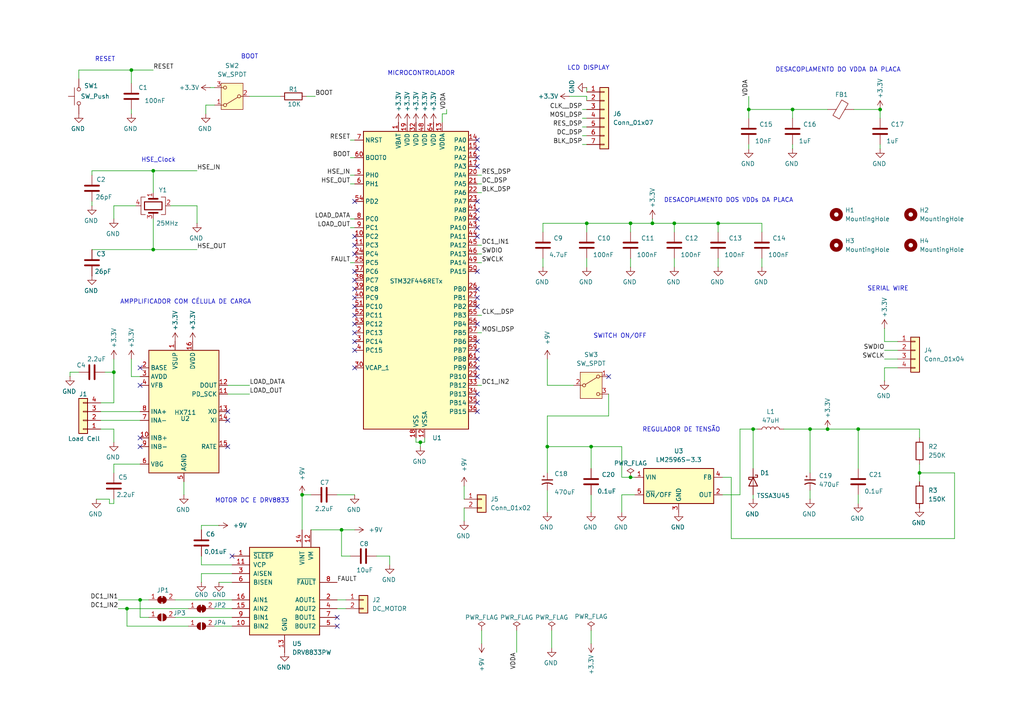
<source format=kicad_sch>
(kicad_sch (version 20231120) (generator "eeschema") (generator_version "8.0")
  (paper "A4")
  (title_block (title "Alimentador Digital Automatizado") (date "13/03/2025") (rev "V1.0") (comment 2 "Guilherme de Paula Figueiredo - 12211EAU013   ") (comment 3 "Ian Santos Rodrigues - 12211EAU018") (comment 4 "João Alexandre Albuquerque De Sá - 12411ECP020 "))
  (junction (at 195.58 64.77))
  (junction (at 99.06 153.67))
  (junction (at 170.18 64.77))
  (junction (at 87.63 143.51))
  (junction (at 182.88 138.43))
  (junction (at 208.28 64.77))
  (junction (at 40.64 173.99))
  (junction (at 36.83 176.53))
  (junction (at 158.75 129.54))
  (junction (at 218.44 124.46))
  (junction (at 234.95 124.46))
  (junction (at 44.45 72.39))
  (junction (at 240.03 124.46))
  (junction (at 189.23 64.77))
  (junction (at 44.45 49.53))
  (junction (at 266.7 137.16))
  (junction (at 182.88 64.77))
  (junction (at 38.1 20.32))
  (junction (at 255.27 31.75))
  (junction (at 121.92 128.27))
  (junction (at 171.45 129.54))
  (junction (at 229.87 31.75))
  (junction (at 217.17 31.75))
  (junction (at 33.02 107.95))
  (junction (at 248.92 124.46))
  (no_connect (at 138.43 66.04))
  (no_connect (at 138.43 45.72))
  (no_connect (at 138.43 93.98))
  (no_connect (at 138.43 101.6))
  (no_connect (at 138.43 68.58))
  (no_connect (at 138.43 78.74))
  (no_connect (at 102.87 99.06))
  (no_connect (at 102.87 96.52))
  (no_connect (at 138.43 60.96))
  (no_connect (at 66.04 119.38))
  (no_connect (at 66.04 129.54))
  (no_connect (at 138.43 104.14))
  (no_connect (at 102.87 71.12))
  (no_connect (at 66.04 121.92))
  (no_connect (at 138.43 83.82))
  (no_connect (at 40.64 111.76))
  (no_connect (at 138.43 88.9))
  (no_connect (at 138.43 109.22))
  (no_connect (at 97.79 179.07))
  (no_connect (at 97.79 181.61))
  (no_connect (at 138.43 40.64))
  (no_connect (at 102.87 78.74))
  (no_connect (at 102.87 58.42))
  (no_connect (at 40.64 129.54))
  (no_connect (at 102.87 73.66))
  (no_connect (at 138.43 99.06))
  (no_connect (at 102.87 83.82))
  (no_connect (at 138.43 86.36))
  (no_connect (at 138.43 119.38))
  (no_connect (at 40.64 106.68))
  (no_connect (at 176.53 109.22))
  (no_connect (at 138.43 116.84))
  (no_connect (at 138.43 58.42))
  (no_connect (at 67.31 161.29))
  (no_connect (at 138.43 43.18))
  (no_connect (at 102.87 68.58))
  (no_connect (at 138.43 48.26))
  (no_connect (at 138.43 106.68))
  (no_connect (at 102.87 101.6))
  (no_connect (at 102.87 93.98))
  (no_connect (at 138.43 114.3))
  (no_connect (at 40.64 127))
  (no_connect (at 102.87 86.36))
  (no_connect (at 102.87 91.44))
  (no_connect (at 102.87 81.28))
  (no_connect (at 102.87 106.68))
  (no_connect (at 138.43 63.5))
  (no_connect (at 102.87 88.9))
  (wire (pts (xy 195.58 64.77) (xy 208.28 64.77)))
  (wire (pts (xy 129.54 33.02) (xy 128.27 33.02)))
  (wire (pts (xy 33.02 134.62) (xy 40.64 134.62)))
  (wire (pts (xy 160.02 182.88) (xy 160.02 187.96)))
  (wire (pts (xy 34.29 173.99) (xy 40.64 173.99)))
  (wire (pts (xy 40.64 173.99) (xy 43.18 173.99)))
  (wire (pts (xy 218.44 124.46) (xy 219.71 124.46)))
  (wire (pts (xy 168.91 31.75) (xy 170.18 31.75)))
  (wire (pts (xy 66.04 114.3) (xy 72.39 114.3)))
  (wire (pts (xy 217.17 31.75) (xy 217.17 34.29)))
  (wire (pts (xy 171.45 143.51) (xy 171.45 148.59)))
  (wire (pts (xy 31.75 144.78) (xy 27.94 144.78)))
  (wire (pts (xy 158.75 129.54) (xy 158.75 137.16)))
  (wire (pts (xy 33.02 59.69) (xy 39.37 59.69)))
  (wire (pts (xy 149.86 182.88) (xy 149.86 189.23)))
  (wire (pts (xy 170.18 64.77) (xy 170.18 67.31)))
  (wire (pts (xy 256.54 106.68) (xy 256.54 110.49)))
  (wire (pts (xy 26.67 58.42) (xy 26.67 59.69)))
  (wire (pts (xy 26.67 72.39) (xy 44.45 72.39)))
  (wire (pts (xy 58.42 163.83) (xy 67.31 163.83)))
  (wire (pts (xy 168.91 36.83) (xy 170.18 36.83)))
  (wire (pts (xy 176.53 114.3) (xy 176.53 120.65)))
  (wire (pts (xy 214.63 143.51) (xy 214.63 124.46)))
  (wire (pts (xy 139.7 50.8) (xy 138.43 50.8)))
  (wire (pts (xy 255.27 43.18) (xy 255.27 41.91)))
  (wire (pts (xy 87.63 143.51) (xy 90.17 143.51)))
  (wire (pts (xy 62.23 176.53) (xy 67.31 176.53)))
  (wire (pts (xy 189.23 64.77) (xy 195.58 64.77)))
  (wire (pts (xy 134.62 147.32) (xy 134.62 151.13)))
  (wire (pts (xy 44.45 49.53) (xy 57.15 49.53)))
  (wire (pts (xy 29.21 121.92) (xy 40.64 121.92)))
  (wire (pts (xy 138.43 76.2) (xy 139.7 76.2)))
  (wire (pts (xy 99.06 153.67) (xy 102.87 153.67)))
  (wire (pts (xy 158.75 142.24) (xy 158.75 148.59)))
  (wire (pts (xy 99.06 161.29) (xy 101.6 161.29)))
  (wire (pts (xy 139.7 55.88) (xy 138.43 55.88)))
  (wire (pts (xy 58.42 166.37) (xy 67.31 166.37)))
  (wire (pts (xy 62.23 181.61) (xy 67.31 181.61)))
  (wire (pts (xy 227.33 124.46) (xy 234.95 124.46)))
  (wire (pts (xy 165.1 27.94) (xy 170.18 27.94)))
  (wire (pts (xy 266.7 134.62) (xy 266.7 137.16)))
  (wire (pts (xy 209.55 143.51) (xy 214.63 143.51)))
  (wire (pts (xy 123.19 128.27) (xy 121.92 128.27)))
  (wire (pts (xy 30.48 107.95) (xy 33.02 107.95)))
  (wire (pts (xy 134.62 140.97) (xy 134.62 144.78)))
  (wire (pts (xy 171.45 129.54) (xy 171.45 135.89)))
  (wire (pts (xy 101.6 45.72) (xy 102.87 45.72)))
  (wire (pts (xy 44.45 20.32) (xy 38.1 20.32)))
  (wire (pts (xy 208.28 64.77) (xy 220.98 64.77)))
  (wire (pts (xy 139.7 182.88) (xy 139.7 186.69)))
  (wire (pts (xy 138.43 73.66) (xy 139.7 73.66)))
  (wire (pts (xy 63.5 168.91) (xy 67.31 168.91)))
  (wire (pts (xy 212.09 156.21) (xy 276.86 156.21)))
  (wire (pts (xy 266.7 124.46) (xy 266.7 127)))
  (wire (pts (xy 208.28 64.77) (xy 208.28 67.31)))
  (wire (pts (xy 90.17 153.67) (xy 99.06 153.67)))
  (wire (pts (xy 260.35 106.68) (xy 256.54 106.68)))
  (wire (pts (xy 247.65 31.75) (xy 255.27 31.75)))
  (wire (pts (xy 53.34 143.51) (xy 53.34 139.7)))
  (wire (pts (xy 50.8 179.07) (xy 67.31 179.07)))
  (wire (pts (xy 101.6 40.64) (xy 102.87 40.64)))
  (wire (pts (xy 208.28 74.93) (xy 208.28 77.47)))
  (wire (pts (xy 214.63 124.46) (xy 218.44 124.46)))
  (wire (pts (xy 60.96 25.4) (xy 62.23 25.4)))
  (wire (pts (xy 220.98 64.77) (xy 220.98 67.31)))
  (wire (pts (xy 49.53 59.69) (xy 57.15 59.69)))
  (wire (pts (xy 57.15 59.69) (xy 57.15 64.77)))
  (wire (pts (xy 102.87 143.51) (xy 97.79 143.51)))
  (wire (pts (xy 54.61 181.61) (xy 36.83 181.61)))
  (wire (pts (xy 99.06 153.67) (xy 99.06 161.29)))
  (wire (pts (xy 20.32 109.22) (xy 20.32 107.95)))
  (wire (pts (xy 158.75 111.76) (xy 166.37 111.76)))
  (wire (pts (xy 97.79 176.53) (xy 100.33 176.53)))
  (wire (pts (xy 168.91 34.29) (xy 170.18 34.29)))
  (wire (pts (xy 44.45 55.88) (xy 44.45 49.53)))
  (wire (pts (xy 44.45 72.39) (xy 57.15 72.39)))
  (wire (pts (xy 36.83 176.53) (xy 36.83 181.61)))
  (wire (pts (xy 176.53 120.65) (xy 158.75 120.65)))
  (wire (pts (xy 256.54 101.6) (xy 260.35 101.6)))
  (wire (pts (xy 217.17 31.75) (xy 229.87 31.75)))
  (wire (pts (xy 58.42 152.4) (xy 63.5 152.4)))
  (wire (pts (xy 120.65 128.27) (xy 121.92 128.27)))
  (wire (pts (xy 22.86 20.32) (xy 22.86 22.86)))
  (wire (pts (xy 29.21 124.46) (xy 33.02 124.46)))
  (wire (pts (xy 101.6 50.8) (xy 102.87 50.8)))
  (wire (pts (xy 38.1 109.22) (xy 40.64 109.22)))
  (wire (pts (xy 33.02 137.16) (xy 33.02 134.62)))
  (wire (pts (xy 87.63 143.51) (xy 87.63 153.67)))
  (wire (pts (xy 212.09 138.43) (xy 212.09 156.21)))
  (wire (pts (xy 170.18 64.77) (xy 182.88 64.77)))
  (wire (pts (xy 43.18 179.07) (xy 40.64 179.07)))
  (wire (pts (xy 171.45 182.88) (xy 171.45 186.69)))
  (wire (pts (xy 38.1 31.75) (xy 38.1 33.02)))
  (wire (pts (xy 36.83 176.53) (xy 54.61 176.53)))
  (wire (pts (xy 33.02 146.05) (xy 31.75 146.05)))
  (wire (pts (xy 22.86 20.32) (xy 38.1 20.32)))
  (wire (pts (xy 33.02 107.95) (xy 33.02 116.84)))
  (wire (pts (xy 29.21 119.38) (xy 40.64 119.38)))
  (wire (pts (xy 180.34 143.51) (xy 180.34 148.59)))
  (wire (pts (xy 260.35 99.06) (xy 256.54 99.06)))
  (wire (pts (xy 248.92 143.51) (xy 248.92 146.05)))
  (wire (pts (xy 113.03 161.29) (xy 113.03 163.83)))
  (wire (pts (xy 26.67 49.53) (xy 44.45 49.53)))
  (wire (pts (xy 229.87 31.75) (xy 240.03 31.75)))
  (wire (pts (xy 240.03 124.46) (xy 248.92 124.46)))
  (wire (pts (xy 139.7 96.52) (xy 138.43 96.52)))
  (wire (pts (xy 26.67 50.8) (xy 26.67 49.53)))
  (wire (pts (xy 266.7 137.16) (xy 266.7 139.7)))
  (wire (pts (xy 234.95 124.46) (xy 240.03 124.46)))
  (wire (pts (xy 182.88 64.77) (xy 189.23 64.77)))
  (wire (pts (xy 59.69 30.48) (xy 59.69 33.02)))
  (wire (pts (xy 29.21 116.84) (xy 33.02 116.84)))
  (wire (pts (xy 101.6 66.04) (xy 102.87 66.04)))
  (wire (pts (xy 158.75 129.54) (xy 171.45 129.54)))
  (wire (pts (xy 34.29 176.53) (xy 36.83 176.53)))
  (wire (pts (xy 189.23 63.5) (xy 189.23 64.77)))
  (wire (pts (xy 184.15 143.51) (xy 180.34 143.51)))
  (wire (pts (xy 170.18 26.67) (xy 170.18 25.4)))
  (wire (pts (xy 217.17 27.94) (xy 217.17 31.75)))
  (wire (pts (xy 157.48 67.31) (xy 157.48 64.77)))
  (wire (pts (xy 195.58 74.93) (xy 195.58 77.47)))
  (wire (pts (xy 220.98 74.93) (xy 220.98 77.47)))
  (wire (pts (xy 248.92 124.46) (xy 266.7 124.46)))
  (wire (pts (xy 58.42 166.37) (xy 58.42 168.91)))
  (wire (pts (xy 234.95 142.24) (xy 234.95 144.78)))
  (wire (pts (xy 168.91 41.91) (xy 170.18 41.91)))
  (wire (pts (xy 195.58 64.77) (xy 195.58 67.31)))
  (wire (pts (xy 33.02 144.78) (xy 33.02 146.05)))
  (wire (pts (xy 209.55 138.43) (xy 212.09 138.43)))
  (wire (pts (xy 170.18 27.94) (xy 170.18 29.21)))
  (wire (pts (xy 31.75 146.05) (xy 31.75 144.78)))
  (wire (pts (xy 182.88 138.43) (xy 184.15 138.43)))
  (wire (pts (xy 109.22 161.29) (xy 113.03 161.29)))
  (wire (pts (xy 218.44 143.51) (xy 218.44 144.78)))
  (wire (pts (xy 229.87 43.18) (xy 229.87 41.91)))
  (wire (pts (xy 139.7 91.44) (xy 138.43 91.44)))
  (wire (pts (xy 171.45 129.54) (xy 180.34 129.54)))
  (wire (pts (xy 168.91 39.37) (xy 170.18 39.37)))
  (wire (pts (xy 180.34 138.43) (xy 182.88 138.43)))
  (wire (pts (xy 157.48 64.77) (xy 170.18 64.77)))
  (wire (pts (xy 38.1 20.32) (xy 38.1 24.13)))
  (wire (pts (xy 139.7 71.12) (xy 138.43 71.12)))
  (wire (pts (xy 157.48 74.93) (xy 157.48 77.47)))
  (wire (pts (xy 38.1 104.14) (xy 38.1 109.22)))
  (wire (pts (xy 123.19 127) (xy 123.19 128.27)))
  (wire (pts (xy 158.75 120.65) (xy 158.75 129.54)))
  (wire (pts (xy 256.54 95.25) (xy 256.54 99.06)))
  (wire (pts (xy 101.6 63.5) (xy 102.87 63.5)))
  (wire (pts (xy 229.87 31.75) (xy 229.87 34.29)))
  (wire (pts (xy 33.02 104.14) (xy 33.02 107.95)))
  (wire (pts (xy 101.6 76.2) (xy 102.87 76.2)))
  (wire (pts (xy 217.17 43.18) (xy 217.17 41.91)))
  (wire (pts (xy 139.7 111.76) (xy 138.43 111.76)))
  (wire (pts (xy 120.65 127) (xy 120.65 128.27)))
  (wire (pts (xy 276.86 156.21) (xy 276.86 137.16)))
  (wire (pts (xy 256.54 104.14) (xy 260.35 104.14)))
  (wire (pts (xy 180.34 129.54) (xy 180.34 138.43)))
  (wire (pts (xy 182.88 64.77) (xy 182.88 67.31)))
  (wire (pts (xy 248.92 124.46) (xy 248.92 135.89)))
  (wire (pts (xy 44.45 63.5) (xy 44.45 72.39)))
  (wire (pts (xy 72.39 27.94) (xy 81.28 27.94)))
  (wire (pts (xy 158.75 104.14) (xy 158.75 111.76)))
  (wire (pts (xy 88.9 27.94) (xy 91.44 27.94)))
  (wire (pts (xy 62.23 30.48) (xy 59.69 30.48)))
  (wire (pts (xy 40.64 179.07) (xy 40.64 173.99)))
  (wire (pts (xy 218.44 124.46) (xy 218.44 135.89)))
  (wire (pts (xy 129.54 31.75) (xy 129.54 33.02)))
  (wire (pts (xy 170.18 74.93) (xy 170.18 77.47)))
  (wire (pts (xy 58.42 153.67) (xy 58.42 152.4)))
  (wire (pts (xy 97.79 173.99) (xy 100.33 173.99)))
  (wire (pts (xy 33.02 63.5) (xy 33.02 59.69)))
  (wire (pts (xy 20.32 107.95) (xy 22.86 107.95)))
  (wire (pts (xy 101.6 53.34) (xy 102.87 53.34)))
  (wire (pts (xy 33.02 124.46) (xy 33.02 128.27)))
  (wire (pts (xy 128.27 33.02) (xy 128.27 35.56)))
  (wire (pts (xy 58.42 161.29) (xy 58.42 163.83)))
  (wire (pts (xy 255.27 31.75) (xy 255.27 34.29)))
  (wire (pts (xy 66.04 111.76) (xy 72.39 111.76)))
  (wire (pts (xy 121.92 128.27) (xy 121.92 129.54)))
  (wire (pts (xy 182.88 74.93) (xy 182.88 77.47)))
  (wire (pts (xy 234.95 124.46) (xy 234.95 137.16)))
  (wire (pts (xy 50.8 173.99) (xy 67.31 173.99)))
  (wire (pts (xy 276.86 137.16) (xy 266.7 137.16)))
  (wire (pts (xy 139.7 53.34) (xy 138.43 53.34)))
  (text "DESACOPLAMENTO DOS VDDs DA PLACA" (at 211.328 58.166 0) (effects (font (size 1.27 1.27))))
  (text "MOTOR DC E DRV8833" (at 73.152 145.288 0) (effects (font (size 1.27 1.27))))
  (text "RESET\n" (at 30.48 17.272 0) (effects (font (size 1.27 1.27))))
  (text "DESACOPLAMENTO DO VDDA DA PLACA" (at 243.078 20.32 0) (effects (font (size 1.27 1.27))))
  (text "REGULADOR DE TENSÃO" (at 197.612 124.714 0) (effects (font (size 1.27 1.27))))
  (text "BOOT\n" (at 72.39 16.51 0) (effects (font (size 1.27 1.27))))
  (text "HSE_Clock" (at 45.974 46.482 0) (effects (font (size 1.27 1.27))))
  (text "LCD DISPLAY" (at 170.688 19.812 0) (effects (font (size 1.27 1.27))))
  (text "MICROCONTROLADOR" (at 122.174 21.336 0) (effects (font (size 1.27 1.27))))
  (text "SWITCH ON/OFF" (at 179.832 97.536 0) (effects (font (size 1.27 1.27))))
  (text "SERIAL WIRE" (at 257.556 83.82 0) (effects (font (size 1.27 1.27))))
  (text "AMPPLIFICADOR COM CÉLULA DE CARGA" (at 53.848 87.63 0) (effects (font (size 1.27 1.27))))
  (label "RES_DSP" (at 139.7 50.8 0))
  (label "VDDA" (at 149.86 189.23 270))
  (label "SWDIO" (at 139.7 73.66 0))
  (label "FAULT" (at 97.79 168.91 0))
  (label "BLK_DSP" (at 168.91 41.91 180))
  (label "LOAD_DATA" (at 101.6 63.5 180))
  (label "LOAD_DATA" (at 72.39 111.76 0))
  (label "SWDIO" (at 256.54 101.6 180))
  (label "SWCLK" (at 139.7 76.2 0))
  (label "MOSI_DSP" (at 168.91 34.29 180))
  (label "LOAD_OUT" (at 101.6 66.04 180))
  (label "BOOT" (at 91.44 27.94 0))
  (label "LOAD_OUT" (at 72.39 114.3 0))
  (label "DC1_IN1" (at 139.7 71.12 0))
  (label "VDDA" (at 129.54 31.75 90))
  (label "BLK_DSP" (at 139.7 55.88 0))
  (label "RESET" (at 44.45 20.32 0))
  (label "HSE_OUT" (at 101.6 53.34 180))
  (label "FAULT" (at 101.6 76.2 180))
  (label "CLK__DSP" (at 168.91 31.75 180))
  (label "DC1_IN2" (at 34.29 176.53 180))
  (label "DC1_IN2" (at 139.7 111.76 0))
  (label "VDDA" (at 217.17 27.94 90))
  (label "SWCLK" (at 256.54 104.14 180))
  (label "HSE_IN" (at 101.6 50.8 180))
  (label "MOSI_DSP" (at 139.7 96.52 0))
  (label "DC_DSP" (at 168.91 39.37 180))
  (label "DC1_IN1" (at 34.29 173.99 180))
  (label "RESET" (at 101.6 40.64 180))
  (label "BOOT" (at 101.6 45.72 180))
  (label "DC_DSP" (at 139.7 53.34 0))
  (label "RES_DSP" (at 168.91 36.83 180))
  (label "CLK__DSP" (at 139.7 91.44 0))
  (label "HSE_IN" (at 57.15 49.53 0))
  (label "HSE_OUT" (at 57.15 72.39 0))
  (symbol (lib_id "power:+3.3V") (at 123.19 35.56 0) (unit 1)
    (property "Reference" "#PWR05" (effects (hide yes)))
    (property "Value" "+3.3V" (at 123.19 29.464 90))
    (property "Description" "Power symbol creates a global label with name \"+3.3V\"" (effects (hide yes)))
  )
  (symbol (lib_id "power:GND") (at 217.17 43.18 0) (unit 1)
    (property "Reference" "#PWR035" (effects (hide yes)))
    (property "Value" "GND" (at 216.916 47.498 0))
    (property "Description" "Power symbol creates a global label with name \"GND\" , ground" (effects (hide yes)))
  )
  (symbol (lib_id "power:GND") (at 20.32 109.22 0) (unit 1)
    (property "Reference" "#PWR058" (effects (hide yes)))
    (property "Value" "GND" (at 20.066 113.538 0))
    (property "Description" "Power symbol creates a global label with name \"GND\" , ground" (effects (hide yes)))
  )
  (symbol (lib_id "power:+3.3V") (at 256.54 95.25 0) (unit 1)
    (property "Reference" "#PWR027" (effects (hide yes)))
    (property "Value" "+3.3V" (at 256.54 89.154 90))
    (property "Description" "Power symbol creates a global label with name \"+3.3V\"" (effects (hide yes)))
  )
  (symbol (lib_id "Connector_Generic:Conn_01x04") (at 265.43 101.6 0) (unit 1)
    (property "Reference" "J4" (at 267.97 101.5999 0) (effects (justify left)))
    (property "Value" "Conn_01x04" (at 267.97 104.1399 0) (effects (justify left)))
    (property "Footprint" "Connector_PinHeader_2.54mm:PinHeader_1x04_P2.54mm_Vertical" (effects (hide yes)))
    (property "Description" "Generic connector, single row, 01x04, script generated (kicad-library-utils/schlib/autogen/connector/)" (effects (hide yes)))
    (property "Codigo Mouser" "710-TSM-104-01-T-SV" (effects (hide yes)))
  )
  (symbol (lib_id "power:GND") (at 26.67 80.01 0) (unit 1)
    (property "Reference" "#PWR056" (effects (hide yes)))
    (property "Value" "GND" (at 26.416 84.328 0))
    (property "Description" "Power symbol creates a global label with name \"GND\" , ground" (effects (hide yes)))
  )
  (symbol (lib_id "power:GND") (at 57.15 64.77 0) (unit 1)
    (property "Reference" "#PWR015" (effects (hide yes)))
    (property "Value" "GND" (at 56.896 69.088 0))
    (property "Description" "Power symbol creates a global label with name \"GND\" , ground" (effects (hide yes)))
  )
  (symbol (lib_id "power:+3.3V") (at 118.11 35.56 0) (unit 1)
    (property "Reference" "#PWR03" (effects (hide yes)))
    (property "Value" "+3.3V" (at 118.11 29.464 90))
    (property "Description" "Power symbol creates a global label with name \"+3.3V\"" (effects (hide yes)))
  )
  (symbol (lib_id "power:+3.3V") (at 240.03 124.46 0) (mirror y) (unit 1)
    (property "Reference" "#PWR038" (effects (hide yes)))
    (property "Value" "+3.3V" (at 240.03 118.364 90))
    (property "Description" "Power symbol creates a global label with name \"+3.3V\"" (effects (hide yes)))
  )
  (symbol (lib_id "power:GND") (at 113.03 163.83 0) (unit 1)
    (property "Reference" "#PWR025" (effects (hide yes)))
    (property "Value" "GND" (at 112.776 168.148 0))
    (property "Description" "Power symbol creates a global label with name \"GND\" , ground" (effects (hide yes)))
  )
  (symbol (lib_id "power:PWR_FLAG") (at 171.45 182.88 0) (unit 1)
    (property "Reference" "#FLG02" (effects (hide yes)))
    (property "Value" "PWR_FLAG" (at 171.45 178.816 0))
    (property "Description" "Special symbol for telling ERC where power comes from" (effects (hide yes)))
  )
  (symbol (lib_id "Device:C") (at 220.98 71.12 0) (unit 1)
    (property "Reference" "C14" (at 224.028 69.088 0) (effects (justify left)))
    (property "Value" "100nF" (at 222.758 73.914 0) (effects (justify left)))
    (property "Footprint" "Capacitor_SMD:C_0603_1608Metric" (effects (hide yes)))
    (property "Description" "Unpolarized capacitor" (effects (hide yes)))
    (property "Codigo Mouser" "810-C1608X7R1H104K080AA" (effects (hide yes)))
  )
  (symbol (lib_id "power:+3.3V") (at 120.65 35.56 0) (unit 1)
    (property "Reference" "#PWR04" (effects (hide yes)))
    (property "Value" "+3.3V" (at 120.65 29.464 90))
    (property "Description" "Power symbol creates a global label with name \"+3.3V\"" (effects (hide yes)))
  )
  (symbol (lib_id "Mechanical:MountingHole") (at 264.16 62.23 0) (unit 1)
    (property "Reference" "H2" (at 266.7 60.9599 0) (effects (justify left)))
    (property "Value" "MountingHole" (at 266.7 63.4999 0) (effects (justify left)))
    (property "Footprint" "MountingHole:MountingHole_3.2mm_M3" (effects (hide yes)))
    (property "Description" "Mounting Hole without connection" (effects (hide yes)))
  )
  (symbol (lib_id "Device:C") (at 58.42 157.48 0) (unit 1)
    (property "Reference" "C6" (at 59.69 154.94 0) (effects (justify left)))
    (property "Value" "0,01uF" (at 59.182 160.02 0) (effects (justify left)))
    (property "Footprint" "Capacitor_SMD:C_0603_1608Metric" (effects (hide yes)))
    (property "Description" "Unpolarized capacitor" (effects (hide yes)))
    (property "Codigo Mouser" "81-GRM1885C1H103JA01D" (effects (hide yes)))
  )
  (symbol (lib_id "power:GND") (at 27.94 144.78 0) (unit 1)
    (property "Reference" "#PWR017" (effects (hide yes)))
    (property "Value" "GND" (at 27.686 149.098 0))
    (property "Description" "Power symbol creates a global label with name \"GND\" , ground" (effects (hide yes)))
  )
  (symbol (lib_id "Device:C") (at 26.67 76.2 0) (unit 1)
    (property "Reference" "C3" (at 27.94 73.66 0) (effects (justify left)))
    (property "Value" "26pF" (at 27.432 78.74 0) (effects (justify left)))
    (property "Footprint" "Capacitor_SMD:C_0603_1608Metric" (effects (hide yes)))
    (property "Description" "Unpolarized capacitor" (effects (hide yes)))
    (property "Codigo Mouser" "81-GRM1885C1H270JA01D" (effects (hide yes)))
  )
  (symbol (lib_id "power:GND") (at 180.34 148.59 0) (unit 1)
    (property "Reference" "#PWR042" (effects (hide yes)))
    (property "Value" "GND" (at 180.086 152.908 0))
    (property "Description" "Power symbol creates a global label with name \"GND\" , ground" (effects (hide yes)))
  )
  (symbol (lib_id "power:GND") (at 58.42 168.91 0) (unit 1)
    (property "Reference" "#PWR09" (effects (hide yes)))
    (property "Value" "GND" (at 58.42 172.466 0))
    (property "Description" "Power symbol creates a global label with name \"GND\" , ground" (effects (hide yes)))
  )
  (symbol (lib_id "power:GND") (at 248.92 146.05 0) (unit 1)
    (property "Reference" "#PWR046" (effects (hide yes)))
    (property "Value" "GND" (at 248.666 150.368 0))
    (property "Description" "Power symbol creates a global label with name \"GND\" , ground" (effects (hide yes)))
  )
  (symbol (lib_id "power:+3.3V") (at 139.7 186.69 180) (unit 1)
    (property "Reference" "#PWR063" (effects (hide yes)))
    (property "Value" "+9V" (at 139.7 192.786 90))
    (property "Description" "Power symbol creates a global label with name \"+3.3V\"" (effects (hide yes)))
  )
  (symbol (lib_id "Device:C") (at 217.17 38.1 0) (unit 1)
    (property "Reference" "C15" (at 220.218 36.068 0) (effects (justify left)))
    (property "Value" "10nF" (at 218.948 40.894 0) (effects (justify left)))
    (property "Footprint" "Capacitor_SMD:C_0603_1608Metric" (effects (hide yes)))
    (property "Description" "Unpolarized capacitor" (effects (hide yes)))
    (property "Codigo Mouser" "810-C1608X5R1A105K080AC" (effects (hide yes)))
  )
  (symbol (lib_id "Device:C") (at 170.18 71.12 0) (unit 1)
    (property "Reference" "C10" (at 173.228 69.088 0) (effects (justify left)))
    (property "Value" "100nF" (at 171.958 73.914 0) (effects (justify left)))
    (property "Footprint" "Capacitor_SMD:C_0603_1608Metric" (effects (hide yes)))
    (property "Description" "Unpolarized capacitor" (effects (hide yes)))
    (property "Codigo Mouser" "810-C1608X7R1H104K080AA" (effects (hide yes)))
  )
  (symbol (lib_id "Device:C") (at 229.87 38.1 0) (unit 1)
    (property "Reference" "C16" (at 232.918 36.068 0) (effects (justify left)))
    (property "Value" "1uF" (at 231.648 40.894 0) (effects (justify left)))
    (property "Footprint" "Capacitor_SMD:C_0603_1608Metric" (effects (hide yes)))
    (property "Description" "Unpolarized capacitor" (effects (hide yes)))
    (property "Codigo Mouser" "80-T491X477M010AT" (effects (hide yes)))
  )
  (symbol (lib_id "power:PWR_FLAG") (at 182.88 138.43 0) (unit 1)
    (property "Reference" "#FLG06" (effects (hide yes)))
    (property "Value" "PWR_FLAG" (at 182.88 134.366 0))
    (property "Description" "Special symbol for telling ERC where power comes from" (effects (hide yes)))
  )
  (symbol (lib_id "power:GND") (at 157.48 77.47 0) (unit 1)
    (property "Reference" "#PWR028" (effects (hide yes)))
    (property "Value" "GND" (at 157.226 81.788 0))
    (property "Description" "Power symbol creates a global label with name \"GND\" , ground" (effects (hide yes)))
  )
  (symbol (lib_id "power:+3.3V") (at 125.73 35.56 0) (unit 1)
    (property "Reference" "#PWR06" (effects (hide yes)))
    (property "Value" "+3.3V" (at 125.73 29.464 90))
    (property "Description" "Power symbol creates a global label with name \"+3.3V\"" (effects (hide yes)))
  )
  (symbol (lib_id "power:GND") (at 158.75 148.59 0) (unit 1)
    (property "Reference" "#PWR040" (effects (hide yes)))
    (property "Value" "GND" (at 158.496 152.908 0))
    (property "Description" "Power symbol creates a global label with name \"GND\" , ground" (effects (hide yes)))
  )
  (symbol (lib_id "Device:R") (at 266.7 130.81 0) (unit 1)
    (property "Reference" "R2" (at 269.24 129.5399 0) (effects (justify left)))
    (property "Value" "250K" (at 269.24 132.0799 0) (effects (justify left)))
    (property "Footprint" "Resistor_SMD:R_0805_2012Metric_Pad1.20x1.40mm_HandSolder" (effects (hide yes)))
    (property "Description" "Resistor" (effects (hide yes)))
    (property "Codigo Mouser" "603-RC0805FR-07250KL" (effects (hide yes)))
  )
  (symbol (lib_id "Device:C") (at 195.58 71.12 0) (unit 1)
    (property "Reference" "C12" (at 198.628 69.088 0) (effects (justify left)))
    (property "Value" "100nF" (at 197.358 73.914 0) (effects (justify left)))
    (property "Footprint" "Capacitor_SMD:C_0603_1608Metric" (effects (hide yes)))
    (property "Description" "Unpolarized capacitor" (effects (hide yes)))
    (property "Codigo Mouser" "810-C1608X7R1H104K080AA" (effects (hide yes)))
  )
  (symbol (lib_id "MCU_ST_STM32F4:STM32F446RETx") (at 120.65 81.28 0) (unit 1)
    (property "Reference" "U1" (at 125.3841 127 0) (effects (justify left)))
    (property "Value" "STM32F446RETx" (at 113.03 81.534 0) (effects (justify left)))
    (property "Footprint" "Package_QFP:LQFP-64_10x10mm_P0.5mm" (effects (hide yes)))
    (property "Datasheet" "https://www.st.com/resource/en/datasheet/stm32f446re.pdf" (effects (hide yes)))
    (property "Description" "STMicroelectronics Arm Cortex-M4 MCU, 512KB flash, 128KB RAM, 180 MHz, 1.8-3.6V, 50 GPIO, LQFP64" (effects (hide yes)))
    (property "Codigo Mouser" "511-STM32F446RET6" (effects (hide yes)))
  )
  (symbol (lib_id "power:+3.3V") (at 38.1 104.14 0) (unit 1)
    (property "Reference" "#PWR054" (effects (hide yes)))
    (property "Value" "+3.3V" (at 38.1 98.044 90))
    (property "Description" "Power symbol creates a global label with name \"+3.3V\"" (effects (hide yes)))
  )
  (symbol (lib_id "Device:C") (at 26.67 107.95 90) (unit 1)
    (property "Reference" "C4" (at 24.892 105.918 90) (effects (justify left)))
    (property "Value" "2.2uF" (at 30.734 104.14 90) (effects (justify left)))
    (property "Footprint" "Capacitor_SMD:C_0603_1608Metric" (effects (hide yes)))
    (property "Description" "Unpolarized capacitor" (effects (hide yes)))
    (property "Codigo Mouser" "810-C1608X5R1A225K080AC" (effects (hide yes)))
  )
  (symbol (lib_id "Switch:SW_SPDT") (at 171.45 111.76 0) (unit 1)
    (property "Reference" "SW3" (at 171.45 102.87 0))
    (property "Value" "SW_SPDT" (at 171.45 105.41 0))
    (property "Footprint" "Button_Switch_SMD:SW_SPDT_CK_JS102011SAQN" (effects (hide yes)))
    (property "Description" "Switch, single pole double throw" (effects (hide yes)))
    (property "Codigo Mouser" "611-JS102011SAQN" (effects (hide yes)))
  )
  (symbol (lib_id "power:GND") (at 218.44 144.78 0) (unit 1)
    (property "Reference" "#PWR044" (effects (hide yes)))
    (property "Value" "GND" (at 218.186 149.098 0))
    (property "Description" "Power symbol creates a global label with name \"GND\" , ground" (effects (hide yes)))
  )
  (symbol (lib_name "DRV8833PW_1") (lib_id "Driver_Motor:DRV8833PW") (at 82.55 171.45 0) (unit 1)
    (property "Reference" "U5" (at 84.7441 186.69 0) (effects (justify left)))
    (property "Value" "DRV8833PW" (at 84.7441 189.23 0) (effects (justify left)))
    (property "Footprint" "Package_SO:TSSOP-16_4.4x5mm_P0.65mm" (effects (hide yes)))
    (property "Datasheet" "http://www.ti.com/lit/ds/symlink/drv8833.pdf" (effects (hide yes)))
    (property "Description" "Dual H-Bridge Motor Driver, TSSOP-16" (effects (hide yes)))
  )
  (symbol (lib_id "Device:C") (at 208.28 71.12 0) (unit 1)
    (property "Reference" "C13" (at 211.328 69.088 0) (effects (justify left)))
    (property "Value" "100nF" (at 210.058 73.914 0) (effects (justify left)))
    (property "Footprint" "Capacitor_SMD:C_0603_1608Metric" (effects (hide yes)))
    (property "Description" "Unpolarized capacitor" (effects (hide yes)))
    (property "Codigo Mouser" "810-C1608X7R1H104K080AA" (effects (hide yes)))
  )
  (symbol (lib_id "Switch:SW_SPDT") (at 67.31 27.94 180) (unit 1)
    (property "Reference" "SW2" (at 67.31 19.05 0))
    (property "Value" "SW_SPDT" (at 67.31 21.59 0))
    (property "Footprint" "Button_Switch_SMD:SW_SPDT_CK_JS102011SAQN" (effects (hide yes)))
    (property "Description" "Switch, single pole double throw" (effects (hide yes)))
    (property "Codigo Mouser" "611-JS102011SAQN" (effects (hide yes)))
  )
  (symbol (lib_id "power:PWR_FLAG") (at 149.86 182.88 0) (unit 1)
    (property "Reference" "#FLG03" (effects (hide yes)))
    (property "Value" "PWR_FLAG" (at 149.86 179.07 0))
    (property "Description" "Special symbol for telling ERC where power comes from" (effects (hide yes)))
  )
  (symbol (lib_id "Device:C_Polarized_Small_US") (at 158.75 139.7 0) (unit 1)
    (property "Reference" "C18" (at 160.782 137.414 0) (effects (justify left)))
    (property "Value" "470uF" (at 160.782 142.748 0) (effects (justify left)))
    (property "Footprint" "Capacitor_SMD:CP_Elec_10x12.5" (effects (hide yes)))
    (property "Description" "Polarized capacitor, small US symbol" (effects (hide yes)))
    (property "Codigo Mouser" "810-C1608X7R1H104K080AA" (effects (hide yes)))
  )
  (symbol (lib_id "power:GND") (at 102.87 143.51 0) (unit 1)
    (property "Reference" "#PWR023" (effects (hide yes)))
    (property "Value" "GND" (at 102.616 147.828 0))
    (property "Description" "Power symbol creates a global label with name \"GND\" , ground" (effects (hide yes)))
  )
  (symbol (lib_id "Device:R") (at 266.7 143.51 0) (unit 1)
    (property "Reference" "R3" (at 269.24 142.2399 0) (effects (justify left)))
    (property "Value" "150K" (at 269.24 144.7799 0) (effects (justify left)))
    (property "Footprint" "Resistor_SMD:R_0805_2012Metric_Pad1.20x1.40mm_HandSolder" (effects (hide yes)))
    (property "Description" "Resistor" (effects (hide yes)))
    (property "Codigo Mouser" "603-RC0805FR-07150KL" (effects (hide yes)))
  )
  (symbol (lib_id "power:GND") (at 63.5 168.91 0) (unit 1)
    (property "Reference" "#PWR064" (effects (hide yes)))
    (property "Value" "GND" (at 63.5 172.466 0))
    (property "Description" "Power symbol creates a global label with name \"GND\" , ground" (effects (hide yes)))
  )
  (symbol (lib_id "power:GND") (at 170.18 25.4 270) (unit 1)
    (property "Reference" "#PWR039" (effects (hide yes)))
    (property "Value" "GND" (at 165.862 25.146 0))
    (property "Description" "Power symbol creates a global label with name \"GND\" , ground" (effects (hide yes)))
  )
  (symbol (lib_id "power:GND") (at 170.18 77.47 0) (unit 1)
    (property "Reference" "#PWR029" (effects (hide yes)))
    (property "Value" "GND" (at 169.926 81.788 0))
    (property "Description" "Power symbol creates a global label with name \"GND\" , ground" (effects (hide yes)))
  )
  (symbol (lib_id "Device:Crystal_GND24") (at 44.45 59.69 270) (unit 1)
    (property "Reference" "Y1" (at 47.244 55.118 90))
    (property "Value" "25MHz" (at 48.514 64.77 90))
    (property "Footprint" "Crystal:Crystal_SMD_SeikoEpson_FA238V-4Pin_3.2x2.5mm" (effects (hide yes)))
    (property "Description" "Four pin crystal, GND on pins 2 and 4" (effects (hide yes)))
    (property "Codigo Mouser" "517-FA238V25.0000MBPZ" (effects (hide yes)))
  )
  (symbol (lib_id "power:GND") (at 182.88 77.47 0) (unit 1)
    (property "Reference" "#PWR030" (effects (hide yes)))
    (property "Value" "GND" (at 182.626 81.788 0))
    (property "Description" "Power symbol creates a global label with name \"GND\" , ground" (effects (hide yes)))
  )
  (symbol (lib_id "power:GND") (at 33.02 63.5 0) (unit 1)
    (property "Reference" "#PWR014" (effects (hide yes)))
    (property "Value" "GND" (at 32.766 67.818 0))
    (property "Description" "Power symbol creates a global label with name \"GND\" , ground" (effects (hide yes)))
  )
  (symbol (lib_id "Analog_ADC:HX711") (at 53.34 119.38 0) (unit 1)
    (property "Reference" "U2" (at 52.324 121.412 0) (effects (justify left)))
    (property "Value" "HX711" (at 50.546 119.634 0) (effects (justify left)))
    (property "Footprint" "Package_SO:SOP-16_3.9x9.9mm_P1.27mm" (effects (hide yes)))
    (property "Datasheet" "https://web.archive.org/web/20220615044707/https://akizukidenshi.com/download/ds/avia/hx711.pdf" (effects (hide yes)))
    (property "Description" "24-Bit Analog-to-Digital Converter (ADC) for Weight Scales" (effects (hide yes)))
    (property "Codigo Mouser" "700-HX711" (effects (hide yes)))
  )
  (symbol (lib_id "power:+3.3V") (at 171.45 186.69 180) (unit 1)
    (property "Reference" "#PWR050" (effects (hide yes)))
    (property "Value" "+3.3V" (at 171.45 192.786 90))
    (property "Description" "Power symbol creates a global label with name \"+3.3V\"" (effects (hide yes)))
  )
  (symbol (lib_id "Jumper:SolderJumper_2_Bridged") (at 46.99 173.99 0) (unit 1)
    (property "Reference" "JP1" (at 47.244 171.196 0))
    (property "Value" "SolderJumper_2_Bridged" (effects (hide yes)))
    (property "Footprint" "Jumper:SolderJumper-2_P1.3mm_Bridged_RoundedPad1.0x1.5mm" (effects (hide yes)))
    (property "Description" "Solder Jumper, 2-pole, closed/bridged" (effects (hide yes)))
  )
  (symbol (lib_id "Regulator_Switching:LM2596S-3.3") (at 196.85 140.97 0) (unit 1)
    (property "Reference" "U3" (at 196.85 130.81 0))
    (property "Value" "LM2596S-3.3" (at 196.85 133.35 0))
    (property "Footprint" "Package_TO_SOT_SMD:TO-263-5_TabPin3" (effects (hide yes)))
    (property "Datasheet" "http://www.ti.com/lit/ds/symlink/lm2596.pdf" (effects (hide yes)))
    (property "Description" "3.3V 3A Step-Down Voltage Regulator, TO-263" (effects (hide yes)))
    (property "Codigo Mouser" "926-LM2596S-3.3/NOPB" (effects (hide yes)))
  )
  (symbol (lib_id "power:GND") (at 33.02 128.27 0) (unit 1)
    (property "Reference" "#PWR019" (effects (hide yes)))
    (property "Value" "GND" (at 32.766 132.588 0))
    (property "Description" "Power symbol creates a global label with name \"GND\" , ground" (effects (hide yes)))
  )
  (symbol (lib_id "Connector_Generic:Conn_01x04") (at 24.13 121.92 180) (unit 1)
    (property "Reference" "J1" (at 24.13 114.3 0))
    (property "Value" "Load Cell" (at 24.384 127.254 0))
    (property "Footprint" "Connector_PinHeader_2.54mm:PinHeader_1x04_P2.54mm_Vertical" (effects (hide yes)))
    (property "Description" "Generic connector, single row, 01x04, script generated (kicad-library-utils/schlib/autogen/connector/)" (effects (hide yes)))
    (property "Codigo Mouser" "710-TSM-104-01-T-SV" (effects (hide yes)))
  )
  (symbol (lib_id "power:GND") (at 171.45 148.59 0) (unit 1)
    (property "Reference" "#PWR041" (effects (hide yes)))
    (property "Value" "GND" (at 171.196 152.908 0))
    (property "Description" "Power symbol creates a global label with name \"GND\" , ground" (effects (hide yes)))
  )
  (symbol (lib_id "power:GND") (at 220.98 77.47 0) (unit 1)
    (property "Reference" "#PWR033" (effects (hide yes)))
    (property "Value" "GND" (at 220.726 81.788 0))
    (property "Description" "Power symbol creates a global label with name \"GND\" , ground" (effects (hide yes)))
  )
  (symbol (lib_id "Device:C") (at 38.1 27.94 0) (unit 1)
    (property "Reference" "C1" (at 40.132 25.4 0) (effects (justify left)))
    (property "Value" "100nF" (at 41.91 29.2099 0) (effects (justify left)))
    (property "Footprint" "Capacitor_SMD:C_0603_1608Metric" (effects (hide yes)))
    (property "Description" "Unpolarized capacitor" (effects (hide yes)))
    (property "Codigo Mouser" "810-C1608X7R1H104K080AA" (effects (hide yes)))
  )
  (symbol (lib_id "Jumper:SolderJumper_2_Bridged") (at 58.42 176.53 0) (unit 1)
    (property "Reference" "JP2" (at 63.754 175.514 0))
    (property "Value" "SolderJumper_2_Bridged" (effects (hide yes)))
    (property "Footprint" "Jumper:SolderJumper-2_P1.3mm_Bridged_RoundedPad1.0x1.5mm" (effects (hide yes)))
    (property "Description" "Solder Jumper, 2-pole, closed/bridged" (effects (hide yes)))
  )
  (symbol (lib_id "Device:C") (at 105.41 161.29 90) (unit 1)
    (property "Reference" "C8" (at 106.934 157.734 90) (effects (justify left)))
    (property "Value" "10uF" (at 108.204 165.354 90) (effects (justify left)))
    (property "Footprint" "Capacitor_SMD:C_0603_1608Metric" (effects (hide yes)))
    (property "Description" "Unpolarized capacitor" (effects (hide yes)))
    (property "Codigo Mouser" "810-C1608X5R0J106M080AC" (effects (hide yes)))
  )
  (symbol (lib_id "Connector_Generic:Conn_01x02") (at 139.7 144.78 0) (unit 1)
    (property "Reference" "J5" (at 142.24 144.7799 0) (effects (justify left)))
    (property "Value" "Conn_01x02" (at 142.24 147.3199 0) (effects (justify left)))
    (property "Footprint" "Connector_PinHeader_2.54mm:PinHeader_1x02_P2.54mm_Vertical" (effects (hide yes)))
    (property "Description" "Generic connector, single row, 01x02, script generated (kicad-library-utils/schlib/autogen/connector/)" (effects (hide yes)))
    (property "Codigo Mouser" "710-TSM-102-01-T-SV" (effects (hide yes)))
  )
  (symbol (lib_id "Switch:SW_Push") (at 22.86 27.94 90) (unit 1)
    (property "Reference" "SW1" (at 24.384 24.892 90) (effects (justify right)))
    (property "Value" "SW_Push" (at 23.368 27.94 90) (effects (justify right)))
    (property "Footprint" "Button_Switch_SMD:SW_SPST_B3U-1000P-B" (effects (hide yes)))
    (property "Description" "Push button switch, generic, two pins" (effects (hide yes)))
    (property "Codigo Mouser" "688-B3U-1000P-B" (effects (hide yes)))
  )
  (symbol (lib_id "power:GND") (at 38.1 33.02 0) (unit 1)
    (property "Reference" "#PWR010" (effects (hide yes)))
    (property "Value" "GND" (at 37.846 37.338 0))
    (property "Description" "Power symbol creates a global label with name \"GND\" , ground" (effects (hide yes)))
  )
  (symbol (lib_id "power:GND") (at 59.69 33.02 0) (unit 1)
    (property "Reference" "#PWR013" (effects (hide yes)))
    (property "Value" "GND" (at 59.436 37.338 0))
    (property "Description" "Power symbol creates a global label with name \"GND\" , ground" (effects (hide yes)))
  )
  (symbol (lib_id "power:PWR_FLAG") (at 160.02 182.88 0) (unit 1)
    (property "Reference" "#FLG04" (effects (hide yes)))
    (property "Value" "PWR_FLAG" (at 160.02 179.07 0))
    (property "Description" "Special symbol for telling ERC where power comes from" (effects (hide yes)))
  )
  (symbol (lib_id "power:+3.3V") (at 255.27 31.75 0) (unit 1)
    (property "Reference" "#PWR049" (effects (hide yes)))
    (property "Value" "+3.3V" (at 255.27 25.654 90))
    (property "Description" "Power symbol creates a global label with name \"+3.3V\"" (effects (hide yes)))
  )
  (symbol (lib_id "power:+3.3V") (at 189.23 63.5 0) (unit 1)
    (property "Reference" "#PWR034" (effects (hide yes)))
    (property "Value" "+3.3V" (at 189.23 57.404 90))
    (property "Description" "Power symbol creates a global label with name \"+3.3V\"" (effects (hide yes)))
  )
  (symbol (lib_id "power:GND") (at 266.7 147.32 0) (unit 1)
    (property "Reference" "#PWR047" (effects (hide yes)))
    (property "Value" "GND" (at 266.446 151.638 0))
    (property "Description" "Power symbol creates a global label with name \"GND\" , ground" (effects (hide yes)))
  )
  (symbol (lib_id "Device:L") (at 223.52 124.46 90) (unit 1)
    (property "Reference" "L1" (at 223.52 119.38 90))
    (property "Value" "47uH" (at 223.52 121.92 90))
    (property "Footprint" "Inductor_SMD:L_6.3x6.3_H3" (effects (hide yes)))
    (property "Description" "Inductor" (effects (hide yes)))
    (property "Codigo Mouser" "81-RL1265S-470M" (effects (hide yes)))
  )
  (symbol (lib_id "Device:C") (at 182.88 71.12 0) (unit 1)
    (property "Reference" "C11" (at 185.928 69.088 0) (effects (justify left)))
    (property "Value" "100nF" (at 184.658 73.914 0) (effects (justify left)))
    (property "Footprint" "Capacitor_SMD:C_0603_1608Metric" (effects (hide yes)))
    (property "Description" "Unpolarized capacitor" (effects (hide yes)))
    (property "Codigo Mouser" "810-C1608X7R1H104K080AA" (effects (hide yes)))
  )
  (symbol (lib_id "power:+3.3V") (at 134.62 140.97 0) (unit 1)
    (property "Reference" "#PWR060" (effects (hide yes)))
    (property "Value" "+9V" (at 134.62 134.874 90))
    (property "Description" "Power symbol creates a global label with name \"+3.3V\"" (effects (hide yes)))
  )
  (symbol (lib_id "power:+3.3V") (at 115.57 35.56 0) (unit 1)
    (property "Reference" "#PWR02" (effects (hide yes)))
    (property "Value" "+3.3V" (at 115.57 29.464 90))
    (property "Description" "Power symbol creates a global label with name \"+3.3V\"" (effects (hide yes)))
  )
  (symbol (lib_id "Connector_Generic:Conn_01x07") (at 175.26 34.29 0) (unit 1)
    (property "Reference" "J6" (at 177.8 33.0199 0) (effects (justify left)))
    (property "Value" "Conn_01x07" (at 177.8 35.5599 0) (effects (justify left)))
    (property "Footprint" "Connector_PinHeader_2.54mm:PinHeader_1x07_P2.54mm_Vertical" (effects (hide yes)))
    (property "Description" "Generic connector, single row, 01x07, script generated (kicad-library-utils/schlib/autogen/connector/)" (effects (hide yes)))
  )
  (symbol (lib_id "power:GND") (at 234.95 144.78 0) (unit 1)
    (property "Reference" "#PWR045" (effects (hide yes)))
    (property "Value" "GND" (at 234.696 149.098 0))
    (property "Description" "Power symbol creates a global label with name \"GND\" , ground" (effects (hide yes)))
  )
  (symbol (lib_id "Device:C") (at 33.02 140.97 0) (unit 1)
    (property "Reference" "C5" (at 34.29 138.43 0) (effects (justify left)))
    (property "Value" "2.2uF" (at 33.782 143.51 0) (effects (justify left)))
    (property "Footprint" "Capacitor_SMD:C_0603_1608Metric" (effects (hide yes)))
    (property "Description" "Unpolarized capacitor" (effects (hide yes)))
    (property "Codigo Mouser" "810-C1608X5R1A225K080AC" (effects (hide yes)))
  )
  (symbol (lib_id "Device:R") (at 85.09 27.94 90) (unit 1)
    (property "Reference" "R1" (at 85.09 25.908 90))
    (property "Value" "10K" (at 85.344 30.226 90))
    (property "Footprint" "Resistor_SMD:R_0603_1608Metric" (effects (hide yes)))
    (property "Description" "Resistor" (effects (hide yes)))
    (property "Codigo Mouser" "603-RC0603FR-0710KL" (effects (hide yes)))
  )
  (symbol (lib_id "Device:D_Schottky") (at 218.44 139.7 270) (unit 1)
    (property "Reference" "D1" (at 220.472 137.16 90) (effects (justify left)))
    (property "Value" "TSSA3U45" (at 219.456 143.764 90) (effects (justify left)))
    (property "Footprint" "Diode_SMD:D_0603_1608Metric_Pad1.05x0.95mm_HandSolder" (effects (hide yes)))
    (property "Description" "Schottky diode" (effects (hide yes)))
    (property "Codigo Mouser" "78-BZX384C3V3-7-F" (effects (hide yes)))
  )
  (symbol (lib_id "power:PWR_FLAG") (at 139.7 182.88 0) (unit 1)
    (property "Reference" "#FLG01" (effects (hide yes)))
    (property "Value" "PWR_FLAG" (at 139.7 179.07 0))
    (property "Description" "Special symbol for telling ERC where power comes from" (effects (hide yes)))
  )
  (symbol (lib_id "Device:C") (at 93.98 143.51 90) (unit 1)
    (property "Reference" "C7" (at 95.504 139.954 90) (effects (justify left)))
    (property "Value" "2.2uF" (at 96.774 147.574 90) (effects (justify left)))
    (property "Footprint" "Capacitor_SMD:C_0603_1608Metric" (effects (hide yes)))
    (property "Description" "Unpolarized capacitor" (effects (hide yes)))
    (property "Codigo Mouser" "810-C1608X5R1A225K080AC" (effects (hide yes)))
  )
  (symbol (lib_id "Mechanical:MountingHole") (at 242.57 71.12 0) (unit 1)
    (property "Reference" "H3" (at 245.11 69.8499 0) (effects (justify left)))
    (property "Value" "MountingHole" (at 245.11 72.3899 0) (effects (justify left)))
    (property "Footprint" "MountingHole:MountingHole_3.2mm_M3" (effects (hide yes)))
    (property "Description" "Mounting Hole without connection" (effects (hide yes)))
  )
  (symbol (lib_id "power:+3.3V") (at 87.63 143.51 0) (unit 1)
    (property "Reference" "#PWR024" (effects (hide yes)))
    (property "Value" "+9V" (at 87.63 137.414 90))
    (property "Description" "Power symbol creates a global label with name \"+3.3V\"" (effects (hide yes)))
  )
  (symbol (lib_id "power:GND") (at 82.55 189.23 0) (unit 1)
    (property "Reference" "#PWR022" (effects (hide yes)))
    (property "Value" "GND" (at 82.296 193.548 0))
    (property "Description" "Power symbol creates a global label with name \"GND\" , ground" (effects (hide yes)))
  )
  (symbol (lib_id "power:GND") (at 229.87 43.18 0) (unit 1)
    (property "Reference" "#PWR036" (effects (hide yes)))
    (property "Value" "GND" (at 229.616 47.498 0))
    (property "Description" "Power symbol creates a global label with name \"GND\" , ground" (effects (hide yes)))
  )
  (symbol (lib_id "Mechanical:MountingHole") (at 242.57 62.23 0) (unit 1)
    (property "Reference" "H1" (at 245.11 60.9599 0) (effects (justify left)))
    (property "Value" "MountingHole" (at 245.11 63.4999 0) (effects (justify left)))
    (property "Footprint" "MountingHole:MountingHole_3.2mm_M3" (effects (hide yes)))
    (property "Description" "Mounting Hole without connection" (effects (hide yes)))
  )
  (symbol (lib_id "power:GND") (at 195.58 77.47 0) (unit 1)
    (property "Reference" "#PWR031" (effects (hide yes)))
    (property "Value" "GND" (at 195.326 81.788 0))
    (property "Description" "Power symbol creates a global label with name \"GND\" , ground" (effects (hide yes)))
  )
  (symbol (lib_id "power:+3.3V") (at 55.88 99.06 0) (unit 1)
    (property "Reference" "#PWR021" (effects (hide yes)))
    (property "Value" "+3.3V" (at 55.88 92.964 90))
    (property "Description" "Power symbol creates a global label with name \"+3.3V\"" (effects (hide yes)))
  )
  (symbol (lib_id "power:+3.3V") (at 63.5 152.4 270) (unit 1)
    (property "Reference" "#PWR062" (effects (hide yes)))
    (property "Value" "+9V" (at 69.596 152.4 90))
    (property "Description" "Power symbol creates a global label with name \"+3.3V\"" (effects (hide yes)))
  )
  (symbol (lib_id "power:GND") (at 26.67 59.69 0) (unit 1)
    (property "Reference" "#PWR055" (effects (hide yes)))
    (property "Value" "GND" (at 26.416 64.008 0))
    (property "Description" "Power symbol creates a global label with name \"GND\" , ground" (effects (hide yes)))
  )
  (symbol (lib_id "Device:FerriteBead") (at 243.84 31.75 90) (unit 1)
    (property "Reference" "FB1" (at 244.094 27.432 90))
    (property "Value" "FerriteBead" (effects (hide yes)))
    (property "Footprint" "Inductor_SMD:L_0603_1608Metric_Pad1.05x0.95mm_HandSolder" (effects (hide yes)))
    (property "Description" "Ferrite bead" (effects (hide yes)))
    (property "Codigo Mouser" "81-BLM18AG601SN1D" (effects (hide yes)))
  )
  (symbol (lib_id "power:GND") (at 208.28 77.47 0) (unit 1)
    (property "Reference" "#PWR032" (effects (hide yes)))
    (property "Value" "GND" (at 208.026 81.788 0))
    (property "Description" "Power symbol creates a global label with name \"GND\" , ground" (effects (hide yes)))
  )
  (symbol (lib_id "Device:C") (at 255.27 38.1 0) (unit 1)
    (property "Reference" "C17" (at 258.318 36.068 0) (effects (justify left)))
    (property "Value" "1uF" (at 257.048 40.894 0) (effects (justify left)))
    (property "Footprint" "Capacitor_SMD:C_0603_1608Metric" (effects (hide yes)))
    (property "Description" "Unpolarized capacitor" (effects (hide yes)))
    (property "Codigo Mouser" "80-T491X477M010AT" (effects (hide yes)))
  )
  (symbol (lib_id "power:GND") (at 22.86 33.02 0) (unit 1)
    (property "Reference" "#PWR08" (effects (hide yes)))
    (property "Value" "GND" (at 22.606 37.338 0))
    (property "Description" "Power symbol creates a global label with name \"GND\" , ground" (effects (hide yes)))
  )
  (symbol (lib_id "power:+3.3V") (at 60.96 25.4 90) (unit 1)
    (property "Reference" "#PWR012" (effects (hide yes)))
    (property "Value" "+3.3V" (at 54.864 25.4 90))
    (property "Description" "Power symbol creates a global label with name \"+3.3V\"" (effects (hide yes)))
  )
  (symbol (lib_id "power:GND") (at 160.02 187.96 0) (unit 1)
    (property "Reference" "#PWR07" (effects (hide yes)))
    (property "Value" "GND" (at 159.766 192.278 0))
    (property "Description" "Power symbol creates a global label with name \"GND\" , ground" (effects (hide yes)))
  )
  (symbol (lib_id "Jumper:SolderJumper_2_Open") (at 46.99 179.07 0) (unit 1)
    (property "Reference" "JP3" (at 52.07 177.8 0))
    (property "Value" "SolderJumper_2_Open" (effects (hide yes)))
    (property "Footprint" "Jumper:SolderJumper-2_P1.3mm_Open_RoundedPad1.0x1.5mm" (effects (hide yes)))
    (property "Description" "Solder Jumper, 2-pole, open" (effects (hide yes)))
  )
  (symbol (lib_id "power:+3.3V") (at 50.8 99.06 0) (unit 1)
    (property "Reference" "#PWR020" (effects (hide yes)))
    (property "Value" "+3.3V" (at 50.8 92.964 90))
    (property "Description" "Power symbol creates a global label with name \"+3.3V\"" (effects (hide yes)))
  )
  (symbol (lib_id "Jumper:SolderJumper_2_Open") (at 58.42 181.61 0) (unit 1)
    (property "Reference" "JP4" (at 63.754 180.594 0))
    (property "Value" "SolderJumper_2_Open" (effects (hide yes)))
    (property "Footprint" "Jumper:SolderJumper-2_P1.3mm_Open_RoundedPad1.0x1.5mm" (effects (hide yes)))
    (property "Description" "Solder Jumper, 2-pole, open" (effects (hide yes)))
  )
  (symbol (lib_id "power:GND") (at 255.27 43.18 0) (unit 1)
    (property "Reference" "#PWR037" (effects (hide yes)))
    (property "Value" "GND" (at 255.016 47.498 0))
    (property "Description" "Power symbol creates a global label with name \"GND\" , ground" (effects (hide yes)))
  )
  (symbol (lib_id "power:GND") (at 134.62 151.13 0) (unit 1)
    (property "Reference" "#PWR051" (effects (hide yes)))
    (property "Value" "GND" (at 134.366 155.448 0))
    (property "Description" "Power symbol creates a global label with name \"GND\" , ground" (effects (hide yes)))
  )
  (symbol (lib_id "power:+3.3V") (at 33.02 104.14 0) (unit 1)
    (property "Reference" "#PWR018" (effects (hide yes)))
    (property "Value" "+3.3V" (at 33.02 98.044 90))
    (property "Description" "Power symbol creates a global label with name \"+3.3V\"" (effects (hide yes)))
  )
  (symbol (lib_id "Device:C") (at 26.67 54.61 0) (unit 1)
    (property "Reference" "C2" (at 27.94 52.07 0) (effects (justify left)))
    (property "Value" "26pF" (at 27.686 57.15 0) (effects (justify left)))
    (property "Footprint" "Capacitor_SMD:C_0603_1608Metric" (effects (hide yes)))
    (property "Description" "Unpolarized capacitor" (effects (hide yes)))
    (property "Codigo Mouser" "81-GRM1885C1H270JA01D" (effects (hide yes)))
  )
  (symbol (lib_id "Mechanical:MountingHole") (at 264.16 71.12 0) (unit 1)
    (property "Reference" "H4" (at 266.7 69.8499 0) (effects (justify left)))
    (property "Value" "MountingHole" (at 266.7 72.3899 0) (effects (justify left)))
    (property "Footprint" "MountingHole:MountingHole_3.2mm_M3" (effects (hide yes)))
    (property "Description" "Mounting Hole without connection" (effects (hide yes)))
  )
  (symbol (lib_id "power:GND") (at 121.92 129.54 0) (unit 1)
    (property "Reference" "#PWR01" (effects (hide yes)))
    (property "Value" "GND" (at 121.666 133.858 0))
    (property "Description" "Power symbol creates a global label with name \"GND\" , ground" (effects (hide yes)))
  )
  (symbol (lib_id "power:+3.3V") (at 158.75 104.14 0) (unit 1)
    (property "Reference" "#PWR011" (effects (hide yes)))
    (property "Value" "+9V" (at 158.75 98.044 90))
    (property "Description" "Power symbol creates a global label with name \"+3.3V\"" (effects (hide yes)))
  )
  (symbol (lib_id "power:GND") (at 196.85 148.59 0) (unit 1)
    (property "Reference" "#PWR043" (effects (hide yes)))
    (property "Value" "GND" (at 196.596 152.908 0))
    (property "Description" "Power symbol creates a global label with name \"GND\" , ground" (effects (hide yes)))
  )
  (symbol (lib_id "Device:C") (at 248.92 139.7 0) (unit 1)
    (property "Reference" "C21" (at 251.968 137.668 0) (effects (justify left)))
    (property "Value" "0.1uF" (at 250.698 142.494 0) (effects (justify left)))
    (property "Footprint" "Capacitor_SMD:C_0603_1608Metric" (effects (hide yes)))
    (property "Description" "Unpolarized capacitor" (effects (hide yes)))
    (property "Codigo Mouser" "810-C1608X7R1H104K080AA" (effects (hide yes)))
  )
  (symbol (lib_id "power:GND") (at 256.54 110.49 0) (unit 1)
    (property "Reference" "#PWR026" (effects (hide yes)))
    (property "Value" "GND" (at 256.286 114.808 0))
    (property "Description" "Power symbol creates a global label with name \"GND\" , ground" (effects (hide yes)))
  )
  (symbol (lib_id "power:+3.3V") (at 102.87 153.67 270) (unit 1)
    (property "Reference" "#PWR061" (effects (hide yes)))
    (property "Value" "+9V" (at 108.966 153.67 90))
    (property "Description" "Power symbol creates a global label with name \"+3.3V\"" (effects (hide yes)))
  )
  (symbol (lib_id "Connector_Generic:Conn_01x02") (at 105.41 173.99 0) (unit 1)
    (property "Reference" "J2" (at 107.95 173.9899 0) (effects (justify left)))
    (property "Value" "DC_MOTOR" (at 107.95 176.5299 0) (effects (justify left)))
    (property "Footprint" "Connector_PinHeader_2.54mm:PinHeader_1x02_P2.54mm_Vertical" (effects (hide yes)))
    (property "Description" "Generic connector, single row, 01x02, script generated (kicad-library-utils/schlib/autogen/connector/)" (effects (hide yes)))
    (property "Codigo Mouser" "710-TSM-102-01-T-SV" (effects (hide yes)))
  )
  (symbol (lib_id "Device:C") (at 157.48 71.12 0) (unit 1)
    (property "Reference" "C9" (at 160.528 69.088 0) (effects (justify left)))
    (property "Value" "4.7uF" (at 159.258 73.914 0) (effects (justify left)))
    (property "Footprint" "Capacitor_SMD:C_0603_1608Metric" (effects (hide yes)))
    (property "Description" "Unpolarized capacitor" (effects (hide yes)))
    (property "Codigo Mouser" "810-C1608X5R1A475K080AC" (effects (hide yes)))
  )
  (symbol (lib_id "power:GND") (at 53.34 143.51 0) (unit 1)
    (property "Reference" "#PWR016" (effects (hide yes)))
    (property "Value" "GND" (at 53.086 147.828 0))
    (property "Description" "Power symbol creates a global label with name \"GND\" , ground" (effects (hide yes)))
  )
  (symbol (lib_id "Device:C") (at 171.45 139.7 0) (unit 1)
    (property "Reference" "C20" (at 174.498 137.668 0) (effects (justify left)))
    (property "Value" "0.1uF" (at 173.228 142.494 0) (effects (justify left)))
    (property "Footprint" "Capacitor_SMD:C_0603_1608Metric" (effects (hide yes)))
    (property "Description" "Unpolarized capacitor" (effects (hide yes)))
    (property "Codigo Mouser" "810-C1608X7R1H104K080AA" (effects (hide yes)))
  )
  (symbol (lib_id "power:+3.3V") (at 165.1 27.94 90) (unit 1)
    (property "Reference" "#PWR048" (effects (hide yes)))
    (property "Value" "+3.3V" (at 159.004 27.94 90))
    (property "Description" "Power symbol creates a global label with name \"+3.3V\"" (effects (hide yes)))
  )
  (symbol (lib_id "Device:C_Polarized_Small_US") (at 234.95 139.7 0) (unit 1)
    (property "Reference" "C19" (at 237.49 137.9981 0) (effects (justify left)))
    (property "Value" "470uF" (at 237.49 140.5381 0) (effects (justify left)))
    (property "Footprint" "Capacitor_SMD:CP_Elec_10x12.5" (effects (hide yes)))
    (property "Description" "Polarized capacitor, small US symbol" (effects (hide yes)))
    (property "Codigo Mouser" "810-C1608X7R1H104K080AA" (effects (hide yes)))
  )
)
</source>
